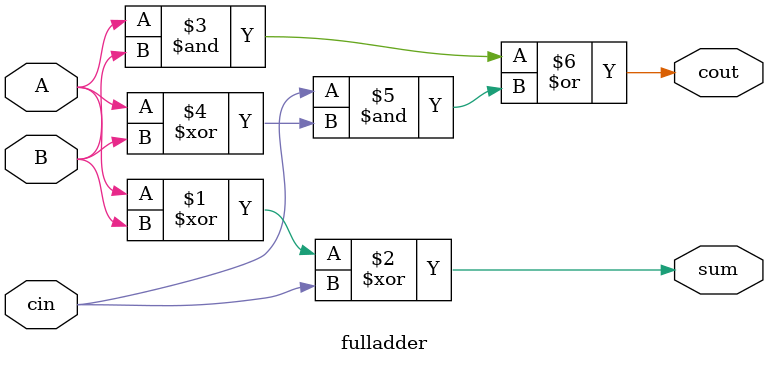
<source format=sv>
module fulladder (input logic A, B, cin, 
                  output logic sum, cout);
	
	// Assign the outputs using the logic expressions
	assign sum = A ^ B ^ cin; 
	assign cout = (A & B) | (cin & (A ^ B));
	
endmodule


</source>
